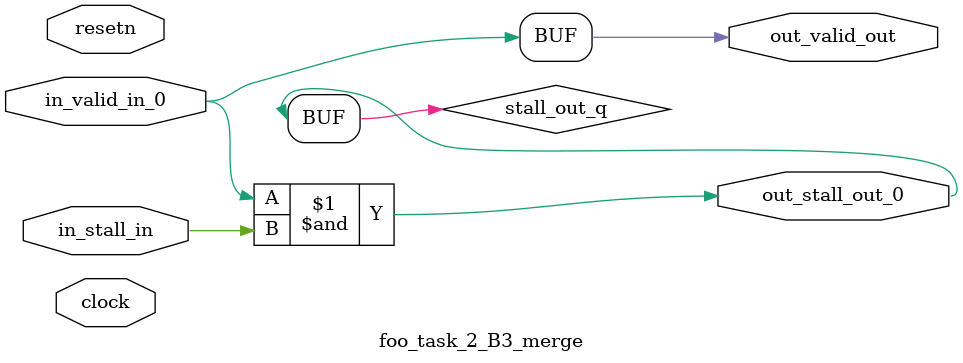
<source format=sv>



(* altera_attribute = "-name AUTO_SHIFT_REGISTER_RECOGNITION OFF; -name MESSAGE_DISABLE 10036; -name MESSAGE_DISABLE 10037; -name MESSAGE_DISABLE 14130; -name MESSAGE_DISABLE 14320; -name MESSAGE_DISABLE 15400; -name MESSAGE_DISABLE 14130; -name MESSAGE_DISABLE 10036; -name MESSAGE_DISABLE 12020; -name MESSAGE_DISABLE 12030; -name MESSAGE_DISABLE 12010; -name MESSAGE_DISABLE 12110; -name MESSAGE_DISABLE 14320; -name MESSAGE_DISABLE 13410; -name MESSAGE_DISABLE 113007; -name MESSAGE_DISABLE 10958" *)
module foo_task_2_B3_merge (
    input wire [0:0] in_stall_in,
    input wire [0:0] in_valid_in_0,
    output wire [0:0] out_stall_out_0,
    output wire [0:0] out_valid_out,
    input wire clock,
    input wire resetn
    );

    wire [0:0] stall_out_q;


    // stall_out(LOGICAL,6)
    assign stall_out_q = in_valid_in_0 & in_stall_in;

    // out_stall_out_0(GPOUT,4)
    assign out_stall_out_0 = stall_out_q;

    // out_valid_out(GPOUT,5)
    assign out_valid_out = in_valid_in_0;

endmodule

</source>
